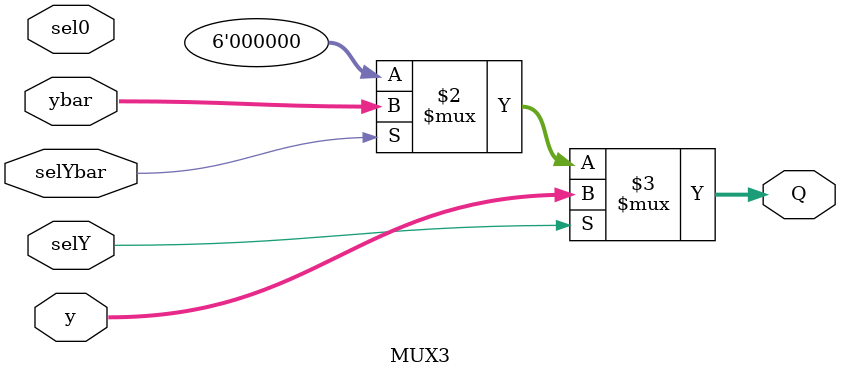
<source format=sv>
`timescale 1ns/1ns
module MUX3(input selY, selYbar, sel0,input [5:0]y, ybar, output [5:0]Q);
   assign Q = selY ? y : ( selYbar ? ybar : ( sel0 ? 6'b0 : 6'b0) ) ;
endmodule


</source>
